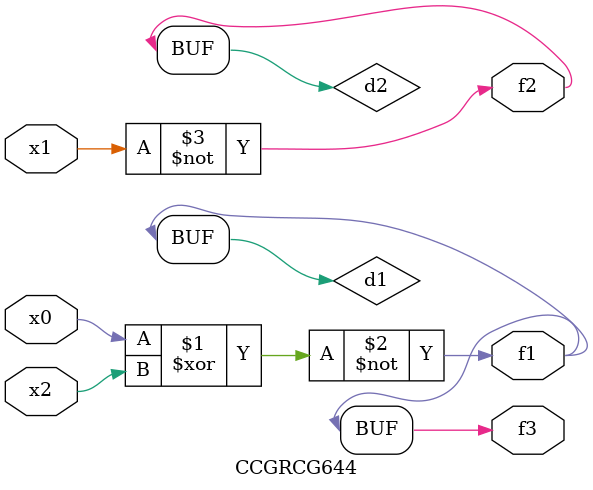
<source format=v>
module CCGRCG644(
	input x0, x1, x2,
	output f1, f2, f3
);

	wire d1, d2, d3;

	xnor (d1, x0, x2);
	nand (d2, x1);
	nor (d3, x1, x2);
	assign f1 = d1;
	assign f2 = d2;
	assign f3 = d1;
endmodule

</source>
